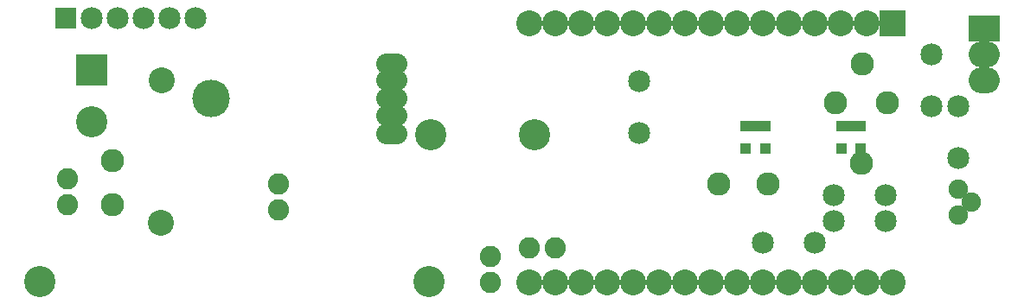
<source format=gbs>
%FSTAX24Y24*%
%MOIN*%
%IN ServoBoardSlim.GBS *%
%ADD10C,0.0750*%
%ADD11C,0.0820*%
%ADD12C,0.0850*%
%ADD13C,0.0900*%
%ADD14C,0.1000*%
%ADD15C,0.1200*%
%ADD16C,0.1450*%
%ADD17O,0.1200X0.0800*%
%ADD18O,0.1200X0.1000*%
%ADD19R,0.0397X0.0446*%
%ADD20R,0.0820X0.0820*%
%ADD21R,0.1000X0.1000*%
%ADD22R,0.1200X0.1000*%
%ADD23R,0.1200X0.1200*%
D11*X018358Y002055D03*Y003055D03*X02085Y0034D03*X01985D03*
X0102Y00485D03*Y00585D03*D22*X0374Y01185D03*D18*Y01085D03*Y00985D03*
D20*X002Y01225D03*D12*X003D03*X004D03*X005D03*X006D03*X007D03*D23*
X003Y01025D03*D15*Y00825D03*D11*X00205Y00505D03*Y00605D03*D15*
X01605Y00775D03*X02005D03*D16*X007585Y009163D03*D17*X014569Y007802D03*
X014576Y008481D03*X014568Y009155D03*X014567Y009843D03*
X014566Y010502D03*D21*X033858Y012055D03*D14*X024858D03*X023858D03*
X022858D03*X021858D03*X020858D03*X019858D03*Y002055D03*X020858D03*
X021858D03*X022858D03*X032858Y012055D03*X023858Y002055D03*X024858D03*
X025858D03*X026858D03*X027858D03*X028858D03*X029858D03*X030858D03*
X031858D03*X032858D03*X031858Y012055D03*X033858Y002055D03*
X030858Y012055D03*X029858D03*X028858D03*X027858D03*X026858D03*
X025858D03*D19*X0282Y0081D03*X028574D03*X028948D03*X028947Y007232D03*
X028199D03*X03189Y008074D03*X032264D03*X032638D03*X032637Y007206D03*
X031889D03*D15*X016Y0021D03*X001D03*D10*X0364Y00465D03*Y00565D03*
X0369Y00515D03*D12*X024108Y007805D03*Y009805D03*X03085Y0036D03*
X02885D03*X03535Y00885D03*Y01085D03*X0364Y00685D03*Y00885D03*
X031608Y005405D03*X033608D03*X031608Y004405D03*X033608D03*D14*
X005709Y009843D03*D13*X0038Y00505D03*D14*X00565Y00435D03*D13*
X03165Y009D03*X03365D03*X03265Y00665D03*X0327Y0105D03*X02715Y00585D03*
X02905D03*X0038Y00675D03*
M02*
</source>
